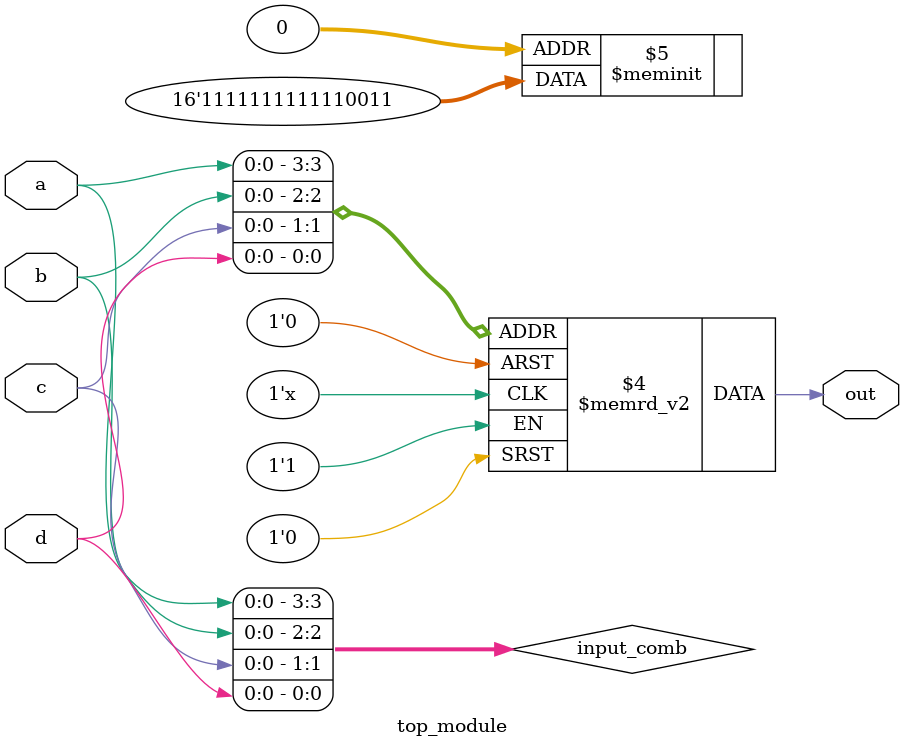
<source format=sv>
module top_module (
    input a, 
    input b,
    input c,
    input d,
    output reg out
);

// Input combination
reg [3:0] input_comb;

always @* begin
   // Combine the input bits into a 4-bit vector
   input_comb = {a, b, c, d};

   // Determine the output based on the input combination
   case(input_comb)
       4'b0000, 4'b0001, 4'b0100, 4'b0101, 4'b0110, 4'b0111, 4'b1000, 4'b1001, 4'b1010, 4'b1011, 4'b1100, 4'b1101, 4'b1110, 4'b1111: out = 1'b1;
       default: out = 1'b0;
   endcase
end

endmodule

</source>
